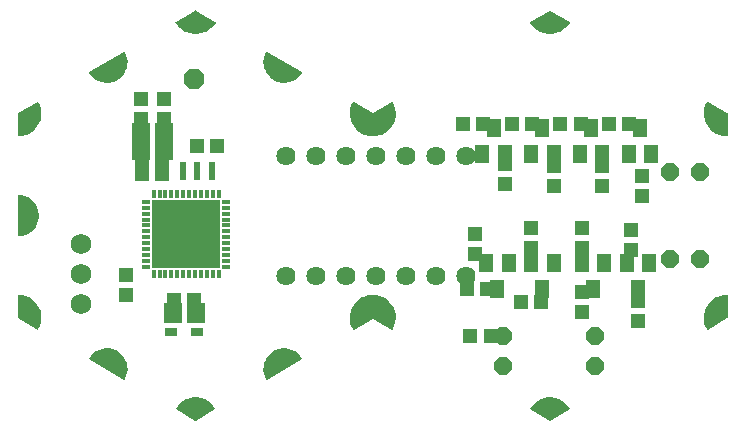
<source format=gbr>
G04 EAGLE Gerber RS-274X export*
G75*
%MOMM*%
%FSLAX34Y34*%
%LPD*%
%INSoldermask Bottom*%
%IPPOS*%
%AMOC8*
5,1,8,0,0,1.08239X$1,22.5*%
G01*
%ADD10R,0.603200X1.603197*%
%ADD11C,1.203200*%
%ADD12R,1.203200X1.603200*%
%ADD13C,1.625600*%
%ADD14R,0.457200X0.753200*%
%ADD15R,0.753200X0.457200*%
%ADD16R,5.803200X5.803200*%
%ADD17P,1.869504X8X22.500000*%
%ADD18P,1.649562X8X202.500000*%
%ADD19P,1.649562X8X112.500000*%
%ADD20R,1.303200X1.203200*%
%ADD21R,1.203200X1.303200*%
%ADD22R,1.503200X1.703200*%
%ADD23C,1.727200*%
%ADD24R,1.003200X0.703200*%

G36*
X802Y154416D02*
X802Y154416D01*
X815Y154415D01*
X3865Y154657D01*
X3897Y154667D01*
X3944Y154670D01*
X6916Y155399D01*
X6947Y155413D01*
X6992Y155424D01*
X7056Y155451D01*
X8232Y155951D01*
X9407Y156450D01*
X9408Y156450D01*
X9809Y156620D01*
X9837Y156639D01*
X9880Y156657D01*
X12468Y158290D01*
X12492Y158313D01*
X12532Y158338D01*
X14825Y160364D01*
X14845Y160391D01*
X14881Y160422D01*
X16819Y162790D01*
X16835Y162820D01*
X16864Y162856D01*
X18398Y165504D01*
X18408Y165536D01*
X18432Y165577D01*
X18485Y165716D01*
X18485Y165717D01*
X19245Y167713D01*
X19245Y167714D01*
X19435Y168213D01*
X19521Y168436D01*
X19526Y168470D01*
X19543Y168514D01*
X20159Y171511D01*
X20159Y171545D01*
X20168Y171591D01*
X20295Y174648D01*
X20290Y174681D01*
X20292Y174728D01*
X19927Y177766D01*
X19916Y177798D01*
X19911Y177845D01*
X19063Y180785D01*
X19047Y180815D01*
X19035Y180860D01*
X17726Y183626D01*
X17709Y183649D01*
X17699Y183676D01*
X17650Y183728D01*
X17607Y183785D01*
X17582Y183800D01*
X17563Y183820D01*
X17497Y183849D01*
X17435Y183885D01*
X17407Y183889D01*
X17381Y183900D01*
X17309Y183901D01*
X17238Y183910D01*
X17211Y183903D01*
X17182Y183903D01*
X17087Y183868D01*
X17047Y183857D01*
X17038Y183850D01*
X17026Y183845D01*
X775Y174489D01*
X-15476Y183845D01*
X-15503Y183854D01*
X-15527Y183871D01*
X-15597Y183885D01*
X-15665Y183908D01*
X-15693Y183906D01*
X-15721Y183912D01*
X-15792Y183898D01*
X-15863Y183892D01*
X-15888Y183879D01*
X-15916Y183874D01*
X-15976Y183834D01*
X-16039Y183801D01*
X-16057Y183778D01*
X-16081Y183762D01*
X-16139Y183680D01*
X-16166Y183647D01*
X-16169Y183637D01*
X-16176Y183626D01*
X-17485Y180860D01*
X-17493Y180827D01*
X-17513Y180785D01*
X-18361Y177845D01*
X-18364Y177811D01*
X-18377Y177766D01*
X-18742Y174728D01*
X-18739Y174694D01*
X-18745Y174648D01*
X-18618Y171591D01*
X-18610Y171558D01*
X-18609Y171511D01*
X-17993Y168514D01*
X-17980Y168482D01*
X-17971Y168436D01*
X-16882Y165577D01*
X-16864Y165548D01*
X-16848Y165504D01*
X-15314Y162856D01*
X-15292Y162831D01*
X-15269Y162790D01*
X-13331Y160422D01*
X-13304Y160401D01*
X-13275Y160364D01*
X-10982Y158338D01*
X-10953Y158321D01*
X-10918Y158290D01*
X-8330Y156657D01*
X-8298Y156645D01*
X-8259Y156620D01*
X-5442Y155424D01*
X-5409Y155417D01*
X-5366Y155399D01*
X-2394Y154670D01*
X-2360Y154669D01*
X-2315Y154657D01*
X735Y154415D01*
X764Y154418D01*
X792Y154414D01*
X802Y154416D01*
G37*
G36*
X17342Y-9273D02*
X17342Y-9273D01*
X17413Y-9267D01*
X17438Y-9254D01*
X17466Y-9249D01*
X17526Y-9209D01*
X17589Y-9176D01*
X17607Y-9153D01*
X17631Y-9137D01*
X17689Y-9055D01*
X17716Y-9022D01*
X17719Y-9012D01*
X17726Y-9001D01*
X19035Y-6235D01*
X19043Y-6202D01*
X19063Y-6160D01*
X19911Y-3220D01*
X19914Y-3186D01*
X19927Y-3141D01*
X20292Y-103D01*
X20289Y-69D01*
X20295Y-23D01*
X20168Y3034D01*
X20160Y3067D01*
X20159Y3114D01*
X19543Y6111D01*
X19530Y6143D01*
X19521Y6189D01*
X18432Y9048D01*
X18414Y9077D01*
X18398Y9121D01*
X16864Y11769D01*
X16842Y11794D01*
X16819Y11835D01*
X14881Y14203D01*
X14854Y14224D01*
X14825Y14261D01*
X12532Y16287D01*
X12503Y16304D01*
X12468Y16335D01*
X9880Y17968D01*
X9848Y17980D01*
X9809Y18005D01*
X6992Y19201D01*
X6959Y19208D01*
X6916Y19226D01*
X3944Y19955D01*
X3910Y19956D01*
X3865Y19968D01*
X815Y20210D01*
X786Y20207D01*
X758Y20211D01*
X748Y20209D01*
X735Y20210D01*
X-2315Y19968D01*
X-2347Y19958D01*
X-2394Y19955D01*
X-5366Y19226D01*
X-5397Y19212D01*
X-5442Y19201D01*
X-5607Y19131D01*
X-6782Y18632D01*
X-7958Y18132D01*
X-8259Y18005D01*
X-8287Y17986D01*
X-8330Y17968D01*
X-10918Y16335D01*
X-10942Y16312D01*
X-10982Y16287D01*
X-13275Y14261D01*
X-13295Y14234D01*
X-13331Y14203D01*
X-15269Y11835D01*
X-15285Y11805D01*
X-15314Y11769D01*
X-16848Y9121D01*
X-16858Y9089D01*
X-16882Y9048D01*
X-17971Y6189D01*
X-17976Y6155D01*
X-17993Y6111D01*
X-18609Y3114D01*
X-18609Y3080D01*
X-18618Y3034D01*
X-18745Y-23D01*
X-18740Y-56D01*
X-18742Y-103D01*
X-18377Y-3141D01*
X-18366Y-3173D01*
X-18361Y-3220D01*
X-17513Y-6160D01*
X-17497Y-6190D01*
X-17485Y-6235D01*
X-16176Y-9001D01*
X-16159Y-9024D01*
X-16149Y-9051D01*
X-16100Y-9103D01*
X-16057Y-9160D01*
X-16032Y-9175D01*
X-16013Y-9195D01*
X-15947Y-9224D01*
X-15885Y-9260D01*
X-15857Y-9264D01*
X-15831Y-9275D01*
X-15759Y-9276D01*
X-15688Y-9285D01*
X-15661Y-9278D01*
X-15632Y-9278D01*
X-15537Y-9243D01*
X-15497Y-9232D01*
X-15488Y-9225D01*
X-15476Y-9220D01*
X775Y136D01*
X17026Y-9220D01*
X17053Y-9229D01*
X17077Y-9246D01*
X17147Y-9260D01*
X17215Y-9283D01*
X17243Y-9281D01*
X17271Y-9287D01*
X17342Y-9273D01*
G37*
G36*
X-299198Y69816D02*
X-299198Y69816D01*
X-299184Y69815D01*
X-296386Y70047D01*
X-296352Y70057D01*
X-296304Y70060D01*
X-293583Y70750D01*
X-293551Y70765D01*
X-293505Y70776D01*
X-290933Y71904D01*
X-290905Y71924D01*
X-290861Y71943D01*
X-288510Y73479D01*
X-288486Y73504D01*
X-288445Y73530D01*
X-286380Y75431D01*
X-286367Y75448D01*
X-286355Y75457D01*
X-286344Y75473D01*
X-286324Y75492D01*
X-284599Y77708D01*
X-284584Y77739D01*
X-284554Y77777D01*
X-283218Y80246D01*
X-283208Y80279D01*
X-283185Y80322D01*
X-282273Y82977D01*
X-282269Y83012D01*
X-282253Y83057D01*
X-281791Y85826D01*
X-281792Y85861D01*
X-281784Y85909D01*
X-281784Y88716D01*
X-281791Y88750D01*
X-281791Y88799D01*
X-282253Y91568D01*
X-282265Y91600D01*
X-282273Y91648D01*
X-283185Y94303D01*
X-283202Y94333D01*
X-283218Y94379D01*
X-284554Y96848D01*
X-284576Y96875D01*
X-284599Y96917D01*
X-286324Y99133D01*
X-286350Y99156D01*
X-286380Y99194D01*
X-288445Y101095D01*
X-288475Y101113D01*
X-288510Y101146D01*
X-290861Y102682D01*
X-290893Y102694D01*
X-290933Y102721D01*
X-293505Y103849D01*
X-293538Y103856D01*
X-293583Y103875D01*
X-296304Y104565D01*
X-296339Y104566D01*
X-296386Y104578D01*
X-299184Y104810D01*
X-299213Y104807D01*
X-299242Y104811D01*
X-299311Y104795D01*
X-299381Y104787D01*
X-299407Y104772D01*
X-299435Y104765D01*
X-299492Y104723D01*
X-299554Y104688D01*
X-299572Y104665D01*
X-299595Y104648D01*
X-299631Y104587D01*
X-299674Y104530D01*
X-299682Y104502D01*
X-299697Y104477D01*
X-299713Y104378D01*
X-299724Y104337D01*
X-299722Y104326D01*
X-299724Y104313D01*
X-299724Y70313D01*
X-299718Y70284D01*
X-299721Y70255D01*
X-299699Y70187D01*
X-299685Y70118D01*
X-299668Y70094D01*
X-299659Y70066D01*
X-299612Y70012D01*
X-299572Y69954D01*
X-299548Y69938D01*
X-299528Y69916D01*
X-299464Y69885D01*
X-299405Y69847D01*
X-299376Y69842D01*
X-299350Y69829D01*
X-299250Y69821D01*
X-299208Y69814D01*
X-299198Y69816D01*
G37*
G36*
X-209459Y-51573D02*
X-209459Y-51573D01*
X-209388Y-51568D01*
X-209362Y-51554D01*
X-209334Y-51549D01*
X-209275Y-51509D01*
X-209212Y-51476D01*
X-209193Y-51454D01*
X-209169Y-51437D01*
X-209112Y-51356D01*
X-209085Y-51323D01*
X-209082Y-51312D01*
X-209074Y-51301D01*
X-207875Y-48765D01*
X-207867Y-48732D01*
X-207846Y-48688D01*
X-207081Y-45990D01*
X-207079Y-45956D01*
X-207065Y-45909D01*
X-206755Y-43122D01*
X-206758Y-43093D01*
X-206756Y-43083D01*
X-206757Y-43078D01*
X-206753Y-43039D01*
X-206905Y-40239D01*
X-206914Y-40206D01*
X-206917Y-40157D01*
X-207528Y-37420D01*
X-207542Y-37389D01*
X-207553Y-37342D01*
X-208606Y-34743D01*
X-208625Y-34714D01*
X-208643Y-34669D01*
X-210111Y-32279D01*
X-210134Y-32253D01*
X-210159Y-32212D01*
X-212000Y-30096D01*
X-212027Y-30075D01*
X-212059Y-30039D01*
X-214223Y-28254D01*
X-214253Y-28238D01*
X-214290Y-28207D01*
X-216718Y-26804D01*
X-216751Y-26793D01*
X-216793Y-26768D01*
X-219418Y-25783D01*
X-219453Y-25778D01*
X-219498Y-25761D01*
X-222250Y-25221D01*
X-222285Y-25222D01*
X-222332Y-25212D01*
X-225135Y-25133D01*
X-225169Y-25139D01*
X-225217Y-25138D01*
X-227996Y-25521D01*
X-228028Y-25532D01*
X-228076Y-25539D01*
X-230753Y-26374D01*
X-230784Y-26391D01*
X-230830Y-26405D01*
X-233333Y-27670D01*
X-233360Y-27691D01*
X-233403Y-27713D01*
X-235664Y-29373D01*
X-235687Y-29398D01*
X-235726Y-29427D01*
X-237683Y-31436D01*
X-237702Y-31465D01*
X-237736Y-31499D01*
X-239335Y-33803D01*
X-239347Y-33830D01*
X-239365Y-33852D01*
X-239386Y-33920D01*
X-239414Y-33985D01*
X-239414Y-34015D01*
X-239422Y-34043D01*
X-239414Y-34113D01*
X-239415Y-34184D01*
X-239404Y-34211D01*
X-239400Y-34240D01*
X-239366Y-34302D01*
X-239338Y-34368D01*
X-239317Y-34388D01*
X-239303Y-34414D01*
X-239227Y-34477D01*
X-239196Y-34507D01*
X-239186Y-34511D01*
X-239175Y-34520D01*
X-209775Y-51520D01*
X-209747Y-51529D01*
X-209723Y-51546D01*
X-209654Y-51560D01*
X-209586Y-51583D01*
X-209557Y-51581D01*
X-209529Y-51587D01*
X-209459Y-51573D01*
G37*
G36*
X-222332Y199837D02*
X-222332Y199837D01*
X-222298Y199845D01*
X-222250Y199846D01*
X-219498Y200386D01*
X-219466Y200399D01*
X-219418Y200408D01*
X-216793Y201393D01*
X-216763Y201412D01*
X-216718Y201429D01*
X-214290Y202832D01*
X-214264Y202855D01*
X-214223Y202879D01*
X-212059Y204664D01*
X-212037Y204691D01*
X-212000Y204721D01*
X-210159Y206837D01*
X-210142Y206868D01*
X-210111Y206904D01*
X-208643Y209294D01*
X-208632Y209327D01*
X-208606Y209368D01*
X-207553Y211967D01*
X-207546Y212001D01*
X-207528Y212045D01*
X-206917Y214782D01*
X-206916Y214817D01*
X-206905Y214864D01*
X-206753Y217664D01*
X-206758Y217699D01*
X-206755Y217747D01*
X-207065Y220534D01*
X-207076Y220567D01*
X-207081Y220615D01*
X-207846Y223313D01*
X-207862Y223344D01*
X-207875Y223390D01*
X-209074Y225926D01*
X-209091Y225949D01*
X-209101Y225977D01*
X-209150Y226028D01*
X-209193Y226085D01*
X-209218Y226100D01*
X-209238Y226121D01*
X-209303Y226149D01*
X-209365Y226185D01*
X-209393Y226189D01*
X-209420Y226201D01*
X-209491Y226201D01*
X-209562Y226210D01*
X-209590Y226203D01*
X-209619Y226203D01*
X-209712Y226168D01*
X-209753Y226157D01*
X-209762Y226150D01*
X-209775Y226145D01*
X-239175Y209145D01*
X-239197Y209125D01*
X-239223Y209113D01*
X-239271Y209060D01*
X-239324Y209013D01*
X-239336Y208987D01*
X-239356Y208965D01*
X-239379Y208897D01*
X-239409Y208833D01*
X-239411Y208804D01*
X-239420Y208777D01*
X-239415Y208706D01*
X-239418Y208635D01*
X-239408Y208607D01*
X-239406Y208578D01*
X-239364Y208488D01*
X-239349Y208448D01*
X-239341Y208440D01*
X-239335Y208428D01*
X-237736Y206124D01*
X-237711Y206100D01*
X-237683Y206061D01*
X-235726Y204052D01*
X-235697Y204032D01*
X-235664Y203998D01*
X-233403Y202338D01*
X-233372Y202324D01*
X-233333Y202295D01*
X-230830Y201030D01*
X-230796Y201021D01*
X-230753Y200999D01*
X-228076Y200164D01*
X-228042Y200160D01*
X-227996Y200146D01*
X-225217Y199763D01*
X-225183Y199765D01*
X-225135Y199758D01*
X-222332Y199837D01*
G37*
G36*
X-88860Y-51578D02*
X-88860Y-51578D01*
X-88831Y-51578D01*
X-88738Y-51543D01*
X-88697Y-51532D01*
X-88688Y-51525D01*
X-88675Y-51520D01*
X-59275Y-34520D01*
X-59253Y-34500D01*
X-59227Y-34488D01*
X-59179Y-34435D01*
X-59126Y-34388D01*
X-59114Y-34362D01*
X-59094Y-34340D01*
X-59071Y-34272D01*
X-59041Y-34208D01*
X-59039Y-34179D01*
X-59030Y-34152D01*
X-59035Y-34081D01*
X-59032Y-34010D01*
X-59042Y-33982D01*
X-59044Y-33953D01*
X-59086Y-33863D01*
X-59101Y-33823D01*
X-59109Y-33815D01*
X-59115Y-33803D01*
X-60714Y-31499D01*
X-60740Y-31475D01*
X-60767Y-31436D01*
X-62724Y-29427D01*
X-62753Y-29407D01*
X-62786Y-29373D01*
X-65047Y-27713D01*
X-65078Y-27699D01*
X-65117Y-27670D01*
X-67620Y-26405D01*
X-67654Y-26396D01*
X-67697Y-26374D01*
X-70374Y-25539D01*
X-70408Y-25535D01*
X-70454Y-25521D01*
X-73233Y-25138D01*
X-73267Y-25140D01*
X-73315Y-25133D01*
X-76118Y-25212D01*
X-76152Y-25220D01*
X-76200Y-25221D01*
X-78952Y-25761D01*
X-78984Y-25774D01*
X-79032Y-25783D01*
X-81657Y-26768D01*
X-81687Y-26787D01*
X-81732Y-26804D01*
X-84160Y-28207D01*
X-84186Y-28230D01*
X-84228Y-28254D01*
X-86391Y-30039D01*
X-86413Y-30066D01*
X-86450Y-30096D01*
X-88291Y-32212D01*
X-88308Y-32243D01*
X-88340Y-32279D01*
X-89807Y-34669D01*
X-89818Y-34702D01*
X-89844Y-34743D01*
X-90897Y-37342D01*
X-90904Y-37376D01*
X-90922Y-37420D01*
X-91533Y-40157D01*
X-91534Y-40192D01*
X-91545Y-40239D01*
X-91697Y-43039D01*
X-91692Y-43074D01*
X-91695Y-43122D01*
X-91385Y-45909D01*
X-91374Y-45942D01*
X-91369Y-45990D01*
X-90604Y-48688D01*
X-90588Y-48719D01*
X-90575Y-48765D01*
X-89376Y-51301D01*
X-89359Y-51324D01*
X-89349Y-51352D01*
X-89300Y-51403D01*
X-89257Y-51460D01*
X-89232Y-51475D01*
X-89212Y-51496D01*
X-89147Y-51524D01*
X-89086Y-51560D01*
X-89057Y-51564D01*
X-89030Y-51576D01*
X-88959Y-51576D01*
X-88888Y-51585D01*
X-88860Y-51578D01*
G37*
G36*
X-73281Y199764D02*
X-73281Y199764D01*
X-73233Y199763D01*
X-70454Y200146D01*
X-70422Y200157D01*
X-70374Y200164D01*
X-67697Y200999D01*
X-67666Y201016D01*
X-67620Y201030D01*
X-65117Y202295D01*
X-65090Y202316D01*
X-65047Y202338D01*
X-62786Y203998D01*
X-62763Y204023D01*
X-62724Y204052D01*
X-60767Y206061D01*
X-60748Y206090D01*
X-60714Y206124D01*
X-59115Y208428D01*
X-59103Y208455D01*
X-59085Y208477D01*
X-59064Y208545D01*
X-59036Y208610D01*
X-59036Y208640D01*
X-59028Y208668D01*
X-59036Y208738D01*
X-59035Y208809D01*
X-59046Y208836D01*
X-59050Y208865D01*
X-59084Y208927D01*
X-59112Y208993D01*
X-59133Y209013D01*
X-59147Y209039D01*
X-59223Y209102D01*
X-59254Y209132D01*
X-59264Y209136D01*
X-59275Y209145D01*
X-88675Y226145D01*
X-88703Y226154D01*
X-88727Y226171D01*
X-88796Y226185D01*
X-88864Y226208D01*
X-88893Y226206D01*
X-88921Y226212D01*
X-88991Y226198D01*
X-89062Y226193D01*
X-89088Y226179D01*
X-89116Y226174D01*
X-89175Y226134D01*
X-89238Y226101D01*
X-89257Y226079D01*
X-89281Y226062D01*
X-89338Y225981D01*
X-89365Y225948D01*
X-89368Y225937D01*
X-89376Y225926D01*
X-90575Y223390D01*
X-90583Y223357D01*
X-90604Y223313D01*
X-91369Y220615D01*
X-91371Y220581D01*
X-91385Y220534D01*
X-91695Y217747D01*
X-91693Y217719D01*
X-91693Y217714D01*
X-91692Y217709D01*
X-91697Y217664D01*
X-91545Y214864D01*
X-91536Y214831D01*
X-91533Y214782D01*
X-90922Y212045D01*
X-90908Y212014D01*
X-90897Y211967D01*
X-89844Y209368D01*
X-89825Y209339D01*
X-89807Y209294D01*
X-88340Y206904D01*
X-88316Y206878D01*
X-88291Y206837D01*
X-86450Y204721D01*
X-86423Y204700D01*
X-86391Y204664D01*
X-84228Y202879D01*
X-84197Y202863D01*
X-84160Y202832D01*
X-81732Y201429D01*
X-81699Y201418D01*
X-81657Y201393D01*
X-79032Y200408D01*
X-78997Y200403D01*
X-78952Y200386D01*
X-76200Y199846D01*
X-76166Y199847D01*
X-76118Y199837D01*
X-73315Y199758D01*
X-73281Y199764D01*
G37*
G36*
X-299217Y154377D02*
X-299217Y154377D01*
X-299203Y154375D01*
X-296147Y154622D01*
X-296114Y154632D01*
X-296068Y154635D01*
X-293091Y155369D01*
X-293060Y155383D01*
X-293014Y155394D01*
X-290194Y156596D01*
X-290166Y156615D01*
X-290122Y156633D01*
X-287531Y158272D01*
X-287506Y158296D01*
X-287467Y158321D01*
X-285172Y160354D01*
X-285151Y160381D01*
X-285116Y160412D01*
X-283177Y162787D01*
X-283161Y162817D01*
X-283131Y162853D01*
X-281598Y165508D01*
X-281587Y165541D01*
X-281564Y165581D01*
X-280476Y168448D01*
X-280471Y168481D01*
X-280454Y168525D01*
X-279841Y171529D01*
X-279841Y171563D01*
X-279831Y171609D01*
X-279707Y174673D01*
X-279713Y174706D01*
X-279711Y174753D01*
X-280080Y177797D01*
X-280091Y177829D01*
X-280096Y177876D01*
X-280949Y180821D01*
X-280965Y180851D01*
X-280978Y180896D01*
X-282292Y183666D01*
X-282310Y183689D01*
X-282320Y183716D01*
X-282369Y183768D01*
X-282412Y183825D01*
X-282437Y183840D01*
X-282457Y183861D01*
X-282522Y183889D01*
X-282584Y183925D01*
X-282612Y183929D01*
X-282639Y183940D01*
X-282710Y183941D01*
X-282781Y183950D01*
X-282809Y183942D01*
X-282838Y183942D01*
X-282931Y183907D01*
X-282972Y183896D01*
X-282981Y183889D01*
X-282994Y183884D01*
X-299471Y174345D01*
X-299528Y174293D01*
X-299590Y174248D01*
X-299602Y174228D01*
X-299620Y174213D01*
X-299653Y174143D01*
X-299692Y174077D01*
X-299696Y174052D01*
X-299705Y174033D01*
X-299707Y173989D01*
X-299720Y173913D01*
X-299743Y154874D01*
X-299737Y154845D01*
X-299739Y154816D01*
X-299717Y154749D01*
X-299703Y154679D01*
X-299687Y154655D01*
X-299678Y154627D01*
X-299631Y154573D01*
X-299591Y154515D01*
X-299567Y154499D01*
X-299548Y154477D01*
X-299483Y154446D01*
X-299423Y154407D01*
X-299395Y154403D01*
X-299369Y154390D01*
X-299269Y154381D01*
X-299227Y154374D01*
X-299217Y154377D01*
G37*
G36*
X-282678Y-9313D02*
X-282678Y-9313D01*
X-282607Y-9307D01*
X-282581Y-9294D01*
X-282553Y-9288D01*
X-282493Y-9248D01*
X-282430Y-9216D01*
X-282412Y-9193D01*
X-282388Y-9177D01*
X-282330Y-9095D01*
X-282303Y-9063D01*
X-282300Y-9052D01*
X-282292Y-9041D01*
X-280978Y-6271D01*
X-280970Y-6238D01*
X-280949Y-6196D01*
X-280096Y-3251D01*
X-280094Y-3217D01*
X-280080Y-3172D01*
X-279711Y-128D01*
X-279713Y-94D01*
X-279707Y-48D01*
X-279831Y3016D01*
X-279839Y3049D01*
X-279841Y3096D01*
X-280454Y6100D01*
X-280467Y6131D01*
X-280476Y6177D01*
X-281564Y9044D01*
X-281582Y9073D01*
X-281598Y9117D01*
X-283131Y11772D01*
X-283154Y11798D01*
X-283177Y11838D01*
X-285116Y14213D01*
X-285142Y14235D01*
X-285172Y14271D01*
X-287467Y16305D01*
X-287496Y16321D01*
X-287531Y16353D01*
X-290122Y17992D01*
X-290154Y18004D01*
X-290194Y18029D01*
X-293014Y19231D01*
X-293048Y19238D01*
X-293091Y19256D01*
X-296068Y19990D01*
X-296102Y19991D01*
X-296147Y20003D01*
X-299203Y20250D01*
X-299232Y20246D01*
X-299260Y20251D01*
X-299330Y20234D01*
X-299401Y20226D01*
X-299426Y20211D01*
X-299454Y20205D01*
X-299511Y20162D01*
X-299573Y20127D01*
X-299591Y20104D01*
X-299614Y20087D01*
X-299650Y20025D01*
X-299693Y19968D01*
X-299700Y19940D01*
X-299715Y19915D01*
X-299732Y19817D01*
X-299742Y19776D01*
X-299740Y19765D01*
X-299743Y19751D01*
X-299720Y712D01*
X-299704Y637D01*
X-299696Y560D01*
X-299685Y540D01*
X-299680Y517D01*
X-299636Y454D01*
X-299599Y387D01*
X-299579Y370D01*
X-299567Y353D01*
X-299530Y329D01*
X-299471Y280D01*
X-282994Y-9259D01*
X-282966Y-9268D01*
X-282942Y-9285D01*
X-282873Y-9300D01*
X-282805Y-9322D01*
X-282776Y-9320D01*
X-282748Y-9326D01*
X-282678Y-9313D01*
G37*
G36*
X150791Y-86377D02*
X150791Y-86377D01*
X150868Y-86378D01*
X150892Y-86369D01*
X150913Y-86367D01*
X150952Y-86347D01*
X151024Y-86320D01*
X167524Y-76820D01*
X167546Y-76801D01*
X167572Y-76789D01*
X167606Y-76751D01*
X167609Y-76749D01*
X167612Y-76745D01*
X167620Y-76736D01*
X167673Y-76689D01*
X167686Y-76663D01*
X167705Y-76641D01*
X167728Y-76574D01*
X167759Y-76509D01*
X167761Y-76480D01*
X167770Y-76453D01*
X167765Y-76382D01*
X167768Y-76311D01*
X167758Y-76284D01*
X167756Y-76255D01*
X167714Y-76164D01*
X167699Y-76124D01*
X167692Y-76116D01*
X167686Y-76104D01*
X165944Y-73580D01*
X165920Y-73557D01*
X165893Y-73518D01*
X163769Y-71307D01*
X163741Y-71288D01*
X163709Y-71254D01*
X161258Y-69412D01*
X161227Y-69397D01*
X161190Y-69369D01*
X158475Y-67944D01*
X158442Y-67934D01*
X158401Y-67912D01*
X155493Y-66941D01*
X155466Y-66938D01*
X155457Y-66937D01*
X155415Y-66922D01*
X152388Y-66430D01*
X152354Y-66432D01*
X152308Y-66424D01*
X149242Y-66424D01*
X149209Y-66431D01*
X149162Y-66430D01*
X146135Y-66922D01*
X146104Y-66934D01*
X146057Y-66941D01*
X143149Y-67912D01*
X143120Y-67929D01*
X143075Y-67944D01*
X140360Y-69369D01*
X140334Y-69390D01*
X140292Y-69412D01*
X137841Y-71254D01*
X137818Y-71279D01*
X137781Y-71307D01*
X135657Y-73518D01*
X135639Y-73547D01*
X135606Y-73580D01*
X133864Y-76104D01*
X133853Y-76131D01*
X133834Y-76153D01*
X133814Y-76221D01*
X133786Y-76287D01*
X133786Y-76316D01*
X133778Y-76343D01*
X133786Y-76415D01*
X133786Y-76486D01*
X133797Y-76512D01*
X133800Y-76541D01*
X133835Y-76603D01*
X133863Y-76669D01*
X133883Y-76689D01*
X133898Y-76714D01*
X133961Y-76766D01*
X133965Y-76772D01*
X133974Y-76777D01*
X133975Y-76778D01*
X134005Y-76808D01*
X134015Y-76812D01*
X134026Y-76820D01*
X150526Y-86320D01*
X150599Y-86344D01*
X150669Y-86375D01*
X150693Y-86376D01*
X150715Y-86383D01*
X150791Y-86377D01*
G37*
G36*
X-149209Y-86377D02*
X-149209Y-86377D01*
X-149132Y-86378D01*
X-149108Y-86369D01*
X-149087Y-86367D01*
X-149048Y-86347D01*
X-148976Y-86320D01*
X-132476Y-76820D01*
X-132454Y-76801D01*
X-132428Y-76789D01*
X-132394Y-76751D01*
X-132391Y-76749D01*
X-132388Y-76745D01*
X-132380Y-76736D01*
X-132327Y-76689D01*
X-132314Y-76663D01*
X-132295Y-76641D01*
X-132272Y-76574D01*
X-132241Y-76509D01*
X-132240Y-76480D01*
X-132230Y-76453D01*
X-132235Y-76382D01*
X-132232Y-76311D01*
X-132242Y-76284D01*
X-132244Y-76255D01*
X-132286Y-76164D01*
X-132301Y-76124D01*
X-132308Y-76116D01*
X-132314Y-76104D01*
X-134056Y-73580D01*
X-134080Y-73557D01*
X-134107Y-73518D01*
X-136231Y-71307D01*
X-136259Y-71288D01*
X-136291Y-71254D01*
X-138742Y-69412D01*
X-138773Y-69397D01*
X-138810Y-69369D01*
X-141525Y-67944D01*
X-141558Y-67934D01*
X-141599Y-67912D01*
X-144507Y-66941D01*
X-144534Y-66938D01*
X-144543Y-66937D01*
X-144585Y-66922D01*
X-147612Y-66430D01*
X-147646Y-66432D01*
X-147692Y-66424D01*
X-150758Y-66424D01*
X-150791Y-66431D01*
X-150838Y-66430D01*
X-153865Y-66922D01*
X-153896Y-66934D01*
X-153943Y-66941D01*
X-156851Y-67912D01*
X-156881Y-67929D01*
X-156925Y-67944D01*
X-159640Y-69369D01*
X-159666Y-69390D01*
X-159708Y-69412D01*
X-162159Y-71254D01*
X-162182Y-71279D01*
X-162219Y-71307D01*
X-164343Y-73518D01*
X-164361Y-73547D01*
X-164394Y-73580D01*
X-166136Y-76104D01*
X-166147Y-76131D01*
X-166166Y-76153D01*
X-166186Y-76221D01*
X-166214Y-76287D01*
X-166214Y-76316D01*
X-166222Y-76343D01*
X-166214Y-76415D01*
X-166215Y-76486D01*
X-166203Y-76512D01*
X-166200Y-76541D01*
X-166165Y-76603D01*
X-166137Y-76669D01*
X-166117Y-76689D01*
X-166102Y-76714D01*
X-166039Y-76766D01*
X-166035Y-76772D01*
X-166026Y-76777D01*
X-166025Y-76778D01*
X-165995Y-76808D01*
X-165985Y-76812D01*
X-165974Y-76820D01*
X-149474Y-86320D01*
X-149401Y-86344D01*
X-149331Y-86375D01*
X-149307Y-86376D01*
X-149285Y-86383D01*
X-149209Y-86377D01*
G37*
G36*
X-147659Y241056D02*
X-147659Y241056D01*
X-147612Y241055D01*
X-144585Y241547D01*
X-144554Y241559D01*
X-144507Y241566D01*
X-141599Y242537D01*
X-141570Y242554D01*
X-141525Y242569D01*
X-138810Y243994D01*
X-138784Y244015D01*
X-138742Y244037D01*
X-136291Y245879D01*
X-136268Y245904D01*
X-136231Y245932D01*
X-134107Y248143D01*
X-134089Y248172D01*
X-134056Y248205D01*
X-132314Y250729D01*
X-132303Y250756D01*
X-132284Y250778D01*
X-132264Y250846D01*
X-132236Y250912D01*
X-132236Y250941D01*
X-132228Y250968D01*
X-132236Y251040D01*
X-132236Y251111D01*
X-132247Y251137D01*
X-132250Y251166D01*
X-132285Y251228D01*
X-132313Y251294D01*
X-132333Y251314D01*
X-132348Y251339D01*
X-132425Y251403D01*
X-132455Y251433D01*
X-132465Y251437D01*
X-132476Y251445D01*
X-148976Y260945D01*
X-149049Y260969D01*
X-149119Y261000D01*
X-149143Y261001D01*
X-149165Y261008D01*
X-149241Y261002D01*
X-149318Y261003D01*
X-149342Y260994D01*
X-149363Y260992D01*
X-149402Y260972D01*
X-149474Y260945D01*
X-165974Y251445D01*
X-165996Y251426D01*
X-166022Y251414D01*
X-166070Y251361D01*
X-166123Y251314D01*
X-166136Y251288D01*
X-166155Y251266D01*
X-166178Y251199D01*
X-166209Y251134D01*
X-166211Y251105D01*
X-166220Y251078D01*
X-166215Y251007D01*
X-166218Y250936D01*
X-166208Y250909D01*
X-166206Y250880D01*
X-166164Y250789D01*
X-166149Y250749D01*
X-166142Y250741D01*
X-166136Y250729D01*
X-164394Y248205D01*
X-164370Y248182D01*
X-164343Y248143D01*
X-162219Y245932D01*
X-162191Y245913D01*
X-162159Y245879D01*
X-159708Y244037D01*
X-159677Y244022D01*
X-159640Y243994D01*
X-156925Y242569D01*
X-156892Y242559D01*
X-156851Y242537D01*
X-153943Y241566D01*
X-153909Y241562D01*
X-153865Y241547D01*
X-150838Y241055D01*
X-150804Y241057D01*
X-150758Y241049D01*
X-147692Y241049D01*
X-147659Y241056D01*
G37*
G36*
X152341Y241056D02*
X152341Y241056D01*
X152388Y241055D01*
X155415Y241547D01*
X155446Y241559D01*
X155493Y241566D01*
X158401Y242537D01*
X158431Y242554D01*
X158475Y242569D01*
X161190Y243994D01*
X161216Y244015D01*
X161258Y244037D01*
X163709Y245879D01*
X163732Y245904D01*
X163769Y245932D01*
X165893Y248143D01*
X165911Y248172D01*
X165944Y248205D01*
X167686Y250729D01*
X167697Y250756D01*
X167716Y250778D01*
X167736Y250846D01*
X167764Y250912D01*
X167764Y250941D01*
X167772Y250968D01*
X167764Y251040D01*
X167765Y251111D01*
X167753Y251137D01*
X167750Y251166D01*
X167715Y251228D01*
X167687Y251294D01*
X167667Y251314D01*
X167652Y251339D01*
X167575Y251403D01*
X167545Y251433D01*
X167535Y251437D01*
X167524Y251445D01*
X151024Y260945D01*
X150951Y260969D01*
X150881Y261000D01*
X150857Y261001D01*
X150835Y261008D01*
X150759Y261002D01*
X150682Y261003D01*
X150658Y260994D01*
X150637Y260992D01*
X150598Y260972D01*
X150526Y260945D01*
X134026Y251445D01*
X134004Y251426D01*
X133978Y251414D01*
X133930Y251361D01*
X133877Y251314D01*
X133864Y251288D01*
X133845Y251266D01*
X133822Y251199D01*
X133791Y251134D01*
X133790Y251105D01*
X133780Y251078D01*
X133785Y251007D01*
X133782Y250936D01*
X133792Y250909D01*
X133794Y250880D01*
X133836Y250789D01*
X133851Y250749D01*
X133858Y250741D01*
X133864Y250729D01*
X135606Y248205D01*
X135630Y248182D01*
X135657Y248143D01*
X137781Y245932D01*
X137809Y245913D01*
X137841Y245879D01*
X140292Y244037D01*
X140323Y244022D01*
X140360Y243994D01*
X143075Y242569D01*
X143108Y242559D01*
X143149Y242537D01*
X146057Y241566D01*
X146091Y241562D01*
X146135Y241547D01*
X149162Y241055D01*
X149196Y241057D01*
X149242Y241049D01*
X152308Y241049D01*
X152341Y241056D01*
G37*
G36*
X300861Y154430D02*
X300861Y154430D01*
X300933Y154439D01*
X300957Y154453D01*
X300985Y154460D01*
X301043Y154502D01*
X301105Y154538D01*
X301122Y154561D01*
X301145Y154577D01*
X301182Y154639D01*
X301225Y154697D01*
X301232Y154724D01*
X301247Y154748D01*
X301263Y154849D01*
X301274Y154889D01*
X301272Y154900D01*
X301274Y154913D01*
X301274Y173913D01*
X301259Y173989D01*
X301250Y174066D01*
X301239Y174086D01*
X301235Y174107D01*
X301191Y174172D01*
X301152Y174239D01*
X301133Y174255D01*
X301122Y174271D01*
X301084Y174295D01*
X301024Y174345D01*
X284524Y183845D01*
X284497Y183854D01*
X284473Y183871D01*
X284403Y183885D01*
X284335Y183908D01*
X284307Y183906D01*
X284279Y183912D01*
X284209Y183898D01*
X284137Y183892D01*
X284112Y183879D01*
X284084Y183874D01*
X284024Y183834D01*
X283961Y183801D01*
X283943Y183778D01*
X283919Y183762D01*
X283861Y183680D01*
X283834Y183647D01*
X283831Y183637D01*
X283824Y183626D01*
X282515Y180860D01*
X282507Y180827D01*
X282487Y180785D01*
X281639Y177845D01*
X281636Y177811D01*
X281623Y177766D01*
X281258Y174728D01*
X281261Y174694D01*
X281255Y174648D01*
X281382Y171591D01*
X281390Y171558D01*
X281391Y171511D01*
X282007Y168514D01*
X282020Y168482D01*
X282030Y168436D01*
X283118Y165577D01*
X283136Y165548D01*
X283153Y165504D01*
X284686Y162856D01*
X284708Y162831D01*
X284731Y162790D01*
X286669Y160422D01*
X286696Y160401D01*
X286725Y160364D01*
X289018Y158338D01*
X289047Y158321D01*
X289082Y158290D01*
X291670Y156657D01*
X291702Y156645D01*
X291741Y156620D01*
X294558Y155424D01*
X294591Y155417D01*
X294634Y155399D01*
X297606Y154670D01*
X297640Y154669D01*
X297685Y154657D01*
X300735Y154415D01*
X300764Y154418D01*
X300792Y154414D01*
X300861Y154430D01*
G37*
G36*
X284339Y-9278D02*
X284339Y-9278D01*
X284368Y-9278D01*
X284463Y-9243D01*
X284503Y-9232D01*
X284512Y-9225D01*
X284524Y-9220D01*
X301024Y280D01*
X301083Y331D01*
X301145Y377D01*
X301156Y397D01*
X301173Y411D01*
X301207Y482D01*
X301247Y548D01*
X301251Y573D01*
X301259Y591D01*
X301261Y635D01*
X301274Y713D01*
X301274Y19713D01*
X301269Y19740D01*
X301271Y19769D01*
X301249Y19837D01*
X301235Y19907D01*
X301219Y19931D01*
X301210Y19958D01*
X301163Y20012D01*
X301122Y20071D01*
X301098Y20087D01*
X301080Y20108D01*
X301015Y20140D01*
X300955Y20178D01*
X300927Y20183D01*
X300901Y20196D01*
X300800Y20205D01*
X300758Y20211D01*
X300748Y20209D01*
X300735Y20210D01*
X297685Y19968D01*
X297653Y19958D01*
X297606Y19955D01*
X294634Y19226D01*
X294603Y19212D01*
X294558Y19201D01*
X294393Y19131D01*
X293218Y18632D01*
X292042Y18132D01*
X291741Y18005D01*
X291713Y17986D01*
X291670Y17968D01*
X289082Y16335D01*
X289058Y16312D01*
X289018Y16287D01*
X286725Y14261D01*
X286705Y14234D01*
X286669Y14203D01*
X284731Y11835D01*
X284715Y11805D01*
X284686Y11769D01*
X283153Y9121D01*
X283142Y9089D01*
X283118Y9048D01*
X282030Y6189D01*
X282024Y6155D01*
X282007Y6111D01*
X281391Y3114D01*
X281391Y3080D01*
X281382Y3034D01*
X281255Y-23D01*
X281260Y-56D01*
X281258Y-103D01*
X281623Y-3141D01*
X281634Y-3173D01*
X281639Y-3220D01*
X282487Y-6160D01*
X282503Y-6190D01*
X282515Y-6235D01*
X283824Y-9001D01*
X283841Y-9024D01*
X283851Y-9051D01*
X283900Y-9103D01*
X283943Y-9160D01*
X283968Y-9175D01*
X283987Y-9195D01*
X284053Y-9224D01*
X284115Y-9260D01*
X284143Y-9264D01*
X284169Y-9275D01*
X284241Y-9276D01*
X284312Y-9285D01*
X284339Y-9278D01*
G37*
D10*
X-135638Y125413D03*
X-147638Y125413D03*
X-159637Y125413D03*
D11*
X-149225Y252513D03*
X1495Y164833D03*
X1495Y9793D03*
X-149225Y-77888D03*
X-220725Y211213D03*
X-77725Y211213D03*
X-77725Y-36588D03*
X-220725Y-36588D03*
X150775Y252513D03*
X293875Y169913D03*
X293875Y4713D03*
X150775Y-77888D03*
X-292292Y169913D03*
X-292292Y4713D03*
X-292325Y87313D03*
D12*
X103188Y161813D03*
X93688Y139813D03*
X112688Y139813D03*
X144463Y161813D03*
X134963Y139813D03*
X153963Y139813D03*
X144463Y25513D03*
X153963Y47513D03*
X134963Y47513D03*
X187325Y25513D03*
X196825Y47513D03*
X177825Y47513D03*
X225425Y25513D03*
X234925Y47513D03*
X215925Y47513D03*
X227013Y161813D03*
X217513Y139813D03*
X236513Y139813D03*
X185738Y161813D03*
X176238Y139813D03*
X195238Y139813D03*
X106363Y25513D03*
X115863Y47513D03*
X96863Y47513D03*
D13*
X-73025Y36513D03*
X-47625Y36513D03*
X-22225Y36513D03*
X3175Y36513D03*
X28575Y36513D03*
X53975Y36513D03*
X79375Y36513D03*
X79375Y138113D03*
X53975Y138113D03*
X28575Y138113D03*
X3175Y138113D03*
X-22225Y138113D03*
X-47625Y138113D03*
X-73025Y138113D03*
D14*
X-184670Y105238D03*
X-179669Y105238D03*
X-174667Y105238D03*
X-169666Y105238D03*
X-164665Y105238D03*
X-159664Y105238D03*
X-154662Y105238D03*
X-149661Y105238D03*
X-144660Y105238D03*
X-139659Y105238D03*
X-134657Y105238D03*
X-129656Y105238D03*
D15*
X-123363Y98945D03*
X-123363Y93944D03*
X-123363Y88942D03*
X-123363Y83941D03*
X-123363Y78940D03*
X-123363Y73939D03*
X-123363Y68937D03*
X-123363Y63936D03*
X-123363Y58935D03*
X-123363Y53934D03*
X-123363Y48932D03*
X-123363Y43931D03*
D14*
X-129656Y37638D03*
X-134657Y37638D03*
X-139659Y37638D03*
X-144660Y37638D03*
X-149661Y37638D03*
X-154662Y37638D03*
X-159664Y37638D03*
X-164665Y37638D03*
X-169666Y37638D03*
X-174667Y37638D03*
X-179669Y37638D03*
X-184670Y37638D03*
D15*
X-190963Y43931D03*
X-190963Y48932D03*
X-190963Y53934D03*
X-190963Y58935D03*
X-190963Y63936D03*
X-190963Y68937D03*
X-190963Y73939D03*
X-190963Y78940D03*
X-190963Y83941D03*
X-190963Y88942D03*
X-190963Y93944D03*
X-190963Y98945D03*
D16*
X-157163Y71438D03*
D17*
X-150813Y203200D03*
D18*
X277813Y123825D03*
X252413Y123825D03*
X277813Y50800D03*
X252413Y50800D03*
D19*
X188913Y-39688D03*
X188913Y-14288D03*
X111125Y-39688D03*
X111125Y-14288D03*
D20*
X87313Y72000D03*
X87313Y55000D03*
X195263Y112150D03*
X195263Y129150D03*
X228600Y104213D03*
X228600Y121213D03*
X219075Y75175D03*
X219075Y58175D03*
X177800Y76763D03*
X177800Y59763D03*
X134938Y76763D03*
X134938Y59763D03*
X153988Y112150D03*
X153988Y129150D03*
X112713Y113738D03*
X112713Y130738D03*
D21*
X77225Y165100D03*
X94225Y165100D03*
X135500Y165100D03*
X118500Y165100D03*
X143438Y14288D03*
X126438Y14288D03*
D20*
X177800Y22788D03*
X177800Y5788D03*
X225425Y14850D03*
X225425Y-2150D03*
D21*
X218050Y165100D03*
X201050Y165100D03*
X176775Y165100D03*
X159775Y165100D03*
X97400Y25400D03*
X80400Y25400D03*
D20*
X-207963Y20075D03*
X-207963Y37075D03*
X-176213Y169300D03*
X-176213Y186300D03*
X-131200Y146050D03*
X-148200Y146050D03*
X-194238Y131763D03*
X-177238Y131763D03*
X-194238Y122238D03*
X-177238Y122238D03*
X-167250Y15875D03*
X-150250Y15875D03*
D22*
X-195238Y157163D03*
X-176238Y157163D03*
X-195238Y142875D03*
X-176238Y142875D03*
X-168250Y4763D03*
X-149250Y4763D03*
D20*
X-195263Y169300D03*
X-195263Y186300D03*
D23*
X-246063Y63500D03*
X-246063Y38100D03*
X-246063Y12700D03*
D21*
X83575Y-14288D03*
X100575Y-14288D03*
D24*
X-147750Y-11113D03*
X-169750Y-11113D03*
M02*

</source>
